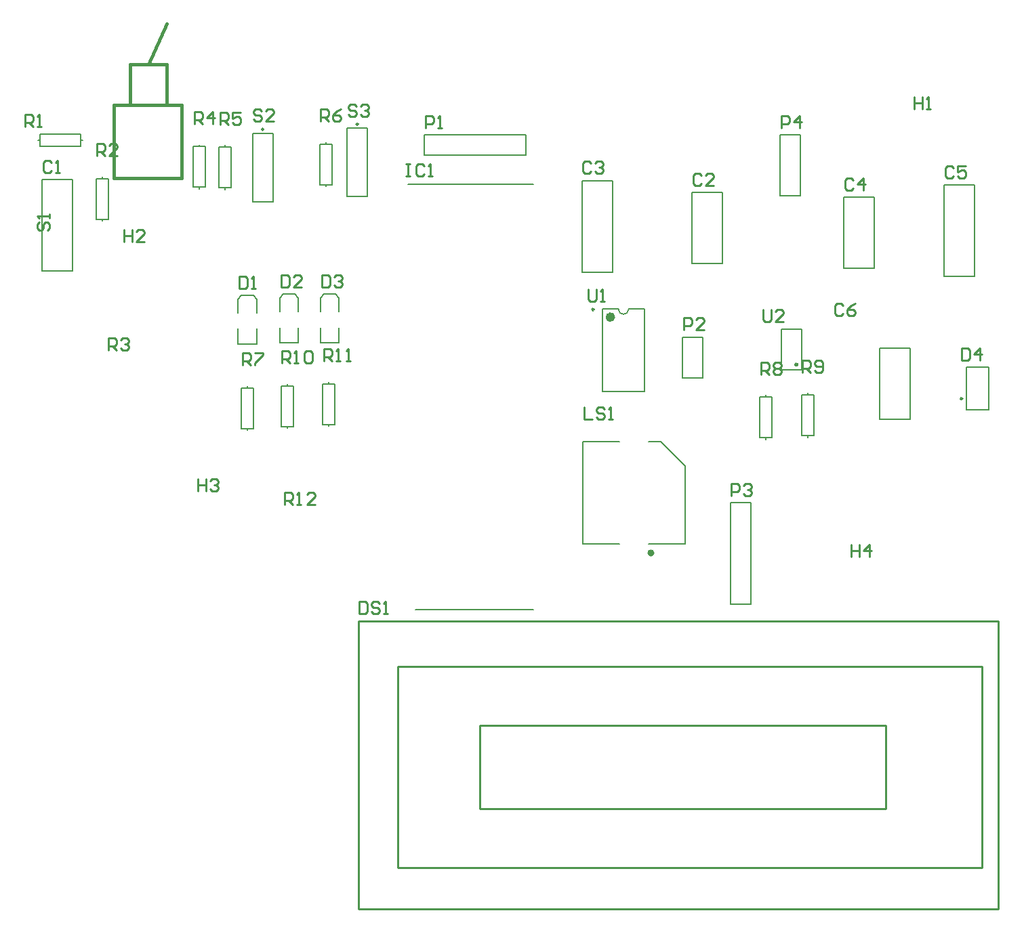
<source format=gto>
G04*
G04 #@! TF.GenerationSoftware,Altium Limited,Altium Designer,20.0.9 (164)*
G04*
G04 Layer_Color=65535*
%FSLAX25Y25*%
%MOIN*%
G70*
G01*
G75*
%ADD10C,0.00787*%
%ADD11C,0.00984*%
%ADD12C,0.02362*%
%ADD13C,0.01575*%
%ADD14C,0.01200*%
%ADD15C,0.01500*%
%ADD16C,0.00800*%
%ADD17C,0.01000*%
D10*
X293250Y-100974D02*
G03*
X298250Y-100974I2500J0D01*
G01*
X421750Y-155250D02*
X436750D01*
X421750D02*
Y-120250D01*
X436750D01*
Y-155250D02*
Y-120250D01*
X404000Y-46000D02*
X419000D01*
Y-81000D02*
Y-46000D01*
X404000Y-81000D02*
X419000D01*
X404000D02*
Y-46000D01*
X329500Y-43500D02*
X344500D01*
Y-78500D02*
Y-43500D01*
X329500Y-78500D02*
X344500D01*
X329500D02*
Y-43500D01*
X382750Y-45250D02*
Y-15250D01*
X372750D02*
X382750D01*
X372750Y-45250D02*
Y-15250D01*
Y-45250D02*
X382750D01*
X197750Y-25250D02*
Y-15250D01*
X247750D01*
X197750Y-25250D02*
X247750D01*
Y-15250D01*
X39250Y-56750D02*
X42250D01*
Y-36750D01*
X36250D02*
X42250D01*
X36250Y-56750D02*
Y-36750D01*
Y-56750D02*
X39250D01*
Y-36750D02*
Y-35850D01*
Y-57650D02*
Y-56750D01*
X28750Y-17750D02*
Y-14750D01*
X8750D02*
X28750D01*
X8750Y-20750D02*
Y-14750D01*
Y-20750D02*
X28750D01*
Y-17750D01*
X7850D02*
X8750D01*
X28750D02*
X29650D01*
X453500Y-40000D02*
X468500D01*
Y-85000D02*
Y-40000D01*
X453500Y-85000D02*
X468500D01*
X453500D02*
Y-40000D01*
X275250Y-82750D02*
X290250D01*
X275250D02*
Y-37750D01*
X290250D01*
Y-82750D02*
Y-37750D01*
X9750Y-37250D02*
X24750D01*
Y-82250D02*
Y-37250D01*
X9750Y-82250D02*
X24750D01*
X9750D02*
Y-37250D01*
X189671Y-39502D02*
X251376D01*
X193376Y-248998D02*
X251376D01*
X87000Y-41000D02*
X90000D01*
Y-21000D01*
X84000D02*
X90000D01*
X84000Y-41000D02*
Y-21000D01*
Y-41000D02*
X87000D01*
Y-21000D02*
Y-20100D01*
Y-41900D02*
Y-41000D01*
X285317Y-141526D02*
Y-100974D01*
X306183Y-141526D02*
Y-100974D01*
X285317D02*
X293250D01*
X298250D02*
X306183D01*
X285317Y-141526D02*
X306183D01*
X324750Y-134750D02*
X334750D01*
X324750D02*
Y-114750D01*
X334750D01*
Y-134750D02*
Y-114750D01*
X123250Y-48100D02*
Y-14400D01*
X113250Y-48100D02*
X123250D01*
X113250D02*
Y-14400D01*
X123250D01*
X99750Y-41250D02*
X102750D01*
Y-21250D01*
X96750D02*
X102750D01*
X96750Y-41250D02*
Y-21250D01*
Y-41250D02*
X99750D01*
Y-21250D02*
Y-20350D01*
Y-42150D02*
Y-41250D01*
X275608Y-166258D02*
X293719D01*
X307892D02*
X314191D01*
X326002Y-178069D01*
Y-216652D02*
Y-178069D01*
X275608Y-216652D02*
Y-166258D01*
Y-216652D02*
X293719D01*
X307892D02*
X326002D01*
X169750Y-45600D02*
Y-11900D01*
X159750Y-45600D02*
X169750D01*
X159750D02*
Y-11900D01*
X169750D01*
X149250Y-39750D02*
X152250D01*
Y-19750D01*
X146250D02*
X152250D01*
X146250Y-39750D02*
Y-19750D01*
Y-39750D02*
X149250D01*
Y-19750D02*
Y-18850D01*
Y-40650D02*
Y-39750D01*
X110750Y-159750D02*
X113750D01*
Y-139750D01*
X107750D02*
X113750D01*
X107750Y-159750D02*
Y-139750D01*
Y-159750D02*
X110750D01*
Y-139750D02*
Y-138850D01*
Y-160650D02*
Y-159750D01*
X362750Y-144250D02*
X365750D01*
X362750Y-164250D02*
Y-144250D01*
Y-164250D02*
X368750D01*
Y-144250D01*
X365750D02*
X368750D01*
X365750Y-165150D02*
Y-164250D01*
Y-144250D02*
Y-143350D01*
X386250Y-163250D02*
X389250D01*
Y-143250D01*
X383250D02*
X389250D01*
X383250Y-163250D02*
Y-143250D01*
Y-163250D02*
X386250D01*
Y-143250D02*
Y-142350D01*
Y-164150D02*
Y-163250D01*
X130250Y-158750D02*
X133250D01*
Y-138750D01*
X127250D02*
X133250D01*
X127250Y-158750D02*
Y-138750D01*
Y-158750D02*
X130250D01*
Y-138750D02*
Y-137850D01*
Y-159650D02*
Y-158750D01*
X106222Y-102813D02*
Y-96120D01*
X113703Y-94152D02*
X115278Y-96120D01*
X106222D02*
X107797Y-94152D01*
X115278Y-102813D02*
Y-96120D01*
X107797Y-94152D02*
X113703D01*
X106222Y-118167D02*
X115278D01*
X106222D02*
Y-110687D01*
X115278Y-118167D02*
Y-110687D01*
X150750Y-157750D02*
X153750D01*
Y-137750D01*
X147750D02*
X153750D01*
X147750Y-157750D02*
Y-137750D01*
Y-157750D02*
X150750D01*
Y-137750D02*
Y-136850D01*
Y-158650D02*
Y-157750D01*
X126722Y-102313D02*
Y-95620D01*
X134203Y-93652D02*
X135778Y-95620D01*
X126722D02*
X128297Y-93652D01*
X135778Y-102313D02*
Y-95620D01*
X128297Y-93652D02*
X134203D01*
X126722Y-117667D02*
X135778D01*
X126722D02*
Y-110187D01*
X135778Y-117667D02*
Y-110187D01*
X348250Y-246250D02*
X358250D01*
X348250D02*
Y-196250D01*
X358250Y-246250D02*
Y-196250D01*
X348250D02*
X358250D01*
X146722Y-102203D02*
Y-95510D01*
X154203Y-93541D02*
X155778Y-95510D01*
X146722D02*
X148297Y-93541D01*
X155778Y-102203D02*
Y-95510D01*
X148297Y-93541D02*
X154203D01*
X146722Y-117557D02*
X155778D01*
X146722D02*
Y-110077D01*
X155778Y-117557D02*
Y-110077D01*
X475512Y-150512D02*
Y-129488D01*
X464488Y-150512D02*
Y-129488D01*
X475512D01*
X464488Y-150512D02*
X475512D01*
D11*
X281242Y-101132D02*
G03*
X281242Y-101132I-492J0D01*
G01*
X118738Y-12506D02*
G03*
X118738Y-12506I-492J0D01*
G01*
X165238Y-10006D02*
G03*
X165238Y-10006I-492J0D01*
G01*
X462421Y-145000D02*
G03*
X462421Y-145000I-492J0D01*
G01*
D12*
X290435Y-104911D02*
G03*
X290435Y-104911I-1181J0D01*
G01*
D13*
X310100Y-220983D02*
G03*
X310100Y-220983I-894J0D01*
G01*
D14*
X381250Y-128250D02*
G03*
X381250Y-128250I-500J0D01*
G01*
D15*
X62191Y19494D02*
X71200Y39494D01*
X53200Y19500D02*
X71200D01*
Y-500D02*
Y19500D01*
X53200Y-500D02*
Y19500D01*
X45100Y-500D02*
X78500D01*
Y-36500D02*
Y-500D01*
X45100Y-36500D02*
Y-500D01*
Y-36500D02*
X78500D01*
D16*
X383250Y-130750D02*
Y-110750D01*
X373250Y-130750D02*
Y-110750D01*
Y-130750D02*
X383250D01*
X373250Y-110750D02*
X383250D01*
D17*
X480215Y-396108D02*
Y-254376D01*
X165254Y-396108D02*
X480215D01*
X165254Y-254376D02*
X480215D01*
X165254Y-396108D02*
Y-254376D01*
X184742Y-276817D02*
X472144D01*
X184742Y-376030D02*
X472144D01*
X184742D02*
Y-276817D01*
X472144Y-376030D02*
Y-276817D01*
X225136Y-346817D02*
Y-306030D01*
X424644D01*
X225136Y-346817D02*
X424644D01*
Y-306030D01*
X8264Y-58189D02*
X7265Y-59189D01*
Y-61188D01*
X8264Y-62188D01*
X9264D01*
X10264Y-61188D01*
Y-59189D01*
X11264Y-58189D01*
X12263D01*
X13263Y-59189D01*
Y-61188D01*
X12263Y-62188D01*
X13263Y-56190D02*
Y-54190D01*
Y-55190D01*
X7265D01*
X8264Y-56190D01*
X438800Y3598D02*
Y-2400D01*
Y599D01*
X442799D01*
Y3598D01*
Y-2400D01*
X444798D02*
X446797D01*
X445798D01*
Y3598D01*
X444798Y2598D01*
X49900Y-61902D02*
Y-67900D01*
Y-64901D01*
X53899D01*
Y-61902D01*
Y-67900D01*
X59897D02*
X55898D01*
X59897Y-63901D01*
Y-62902D01*
X58897Y-61902D01*
X56898D01*
X55898Y-62902D01*
X86300Y-184402D02*
Y-190400D01*
Y-187401D01*
X90299D01*
Y-184402D01*
Y-190400D01*
X92298Y-185402D02*
X93298Y-184402D01*
X95297D01*
X96297Y-185402D01*
Y-186401D01*
X95297Y-187401D01*
X94297D01*
X95297D01*
X96297Y-188401D01*
Y-189400D01*
X95297Y-190400D01*
X93298D01*
X92298Y-189400D01*
X407800Y-216902D02*
Y-222900D01*
Y-219901D01*
X411799D01*
Y-216902D01*
Y-222900D01*
X416797D02*
Y-216902D01*
X413798Y-219901D01*
X417797D01*
X373350Y-11850D02*
Y-5852D01*
X376349D01*
X377349Y-6852D01*
Y-8851D01*
X376349Y-9851D01*
X373350D01*
X382347Y-11850D02*
Y-5852D01*
X379348Y-8851D01*
X383347D01*
X198350Y-11850D02*
Y-5852D01*
X201349D01*
X202349Y-6852D01*
Y-8851D01*
X201349Y-9851D01*
X198350D01*
X204348Y-11850D02*
X206347D01*
X205348D01*
Y-5852D01*
X204348Y-6852D01*
X334149Y-35152D02*
X333149Y-34152D01*
X331150D01*
X330150Y-35152D01*
Y-39150D01*
X331150Y-40150D01*
X333149D01*
X334149Y-39150D01*
X340147Y-40150D02*
X336148D01*
X340147Y-36151D01*
Y-35152D01*
X339147Y-34152D01*
X337148D01*
X336148Y-35152D01*
X36850Y-25550D02*
Y-19552D01*
X39849D01*
X40849Y-20552D01*
Y-22551D01*
X39849Y-23551D01*
X36850D01*
X38849D02*
X40849Y-25550D01*
X46847D02*
X42848D01*
X46847Y-21551D01*
Y-20552D01*
X45847Y-19552D01*
X43848D01*
X42848Y-20552D01*
X1550Y-11350D02*
Y-5352D01*
X4549D01*
X5549Y-6352D01*
Y-8351D01*
X4549Y-9351D01*
X1550D01*
X3549D02*
X5549Y-11350D01*
X7548D02*
X9547D01*
X8548D01*
Y-5352D01*
X7548Y-6352D01*
X458149Y-31652D02*
X457149Y-30652D01*
X455150D01*
X454150Y-31652D01*
Y-35650D01*
X455150Y-36650D01*
X457149D01*
X458149Y-35650D01*
X464147Y-30652D02*
X460148D01*
Y-33651D01*
X462147Y-32651D01*
X463147D01*
X464147Y-33651D01*
Y-35650D01*
X463147Y-36650D01*
X461148D01*
X460148Y-35650D01*
X408649Y-37652D02*
X407649Y-36652D01*
X405650D01*
X404650Y-37652D01*
Y-41650D01*
X405650Y-42650D01*
X407649D01*
X408649Y-41650D01*
X413647Y-42650D02*
Y-36652D01*
X410648Y-39651D01*
X414647D01*
X279849Y-29352D02*
X278849Y-28352D01*
X276850D01*
X275850Y-29352D01*
Y-33350D01*
X276850Y-34350D01*
X278849D01*
X279849Y-33350D01*
X281848Y-29352D02*
X282848Y-28352D01*
X284847D01*
X285847Y-29352D01*
Y-30351D01*
X284847Y-31351D01*
X283847D01*
X284847D01*
X285847Y-32351D01*
Y-33350D01*
X284847Y-34350D01*
X282848D01*
X281848Y-33350D01*
X14399Y-28902D02*
X13399Y-27902D01*
X11400D01*
X10400Y-28902D01*
Y-32900D01*
X11400Y-33900D01*
X13399D01*
X14399Y-32900D01*
X16398Y-33900D02*
X18397D01*
X17398D01*
Y-27902D01*
X16398Y-28902D01*
X42300Y-121100D02*
Y-115102D01*
X45299D01*
X46299Y-116102D01*
Y-118101D01*
X45299Y-119101D01*
X42300D01*
X44299D02*
X46299Y-121100D01*
X48298Y-116102D02*
X49298Y-115102D01*
X51297D01*
X52297Y-116102D01*
Y-117101D01*
X51297Y-118101D01*
X50297D01*
X51297D01*
X52297Y-119101D01*
Y-120100D01*
X51297Y-121100D01*
X49298D01*
X48298Y-120100D01*
X188750Y-29452D02*
X190749D01*
X189750D01*
Y-35450D01*
X188750D01*
X190749D01*
X197747Y-30452D02*
X196747Y-29452D01*
X194748D01*
X193748Y-30452D01*
Y-34450D01*
X194748Y-35450D01*
X196747D01*
X197747Y-34450D01*
X199746Y-35450D02*
X201746D01*
X200746D01*
Y-29452D01*
X199746Y-30452D01*
X84600Y-9800D02*
Y-3802D01*
X87599D01*
X88599Y-4802D01*
Y-6801D01*
X87599Y-7801D01*
X84600D01*
X86599D02*
X88599Y-9800D01*
X93597D02*
Y-3802D01*
X90598Y-6801D01*
X94597D01*
X278350Y-91152D02*
Y-96150D01*
X279350Y-97150D01*
X281349D01*
X282349Y-96150D01*
Y-91152D01*
X284348Y-97150D02*
X286347D01*
X285348D01*
Y-91152D01*
X284348Y-92152D01*
X325350Y-111350D02*
Y-105352D01*
X328349D01*
X329349Y-106352D01*
Y-108351D01*
X328349Y-109351D01*
X325350D01*
X335347Y-111350D02*
X331348D01*
X335347Y-107351D01*
Y-106352D01*
X334347Y-105352D01*
X332348D01*
X331348Y-106352D01*
X117849Y-3552D02*
X116849Y-2552D01*
X114850D01*
X113850Y-3552D01*
Y-4551D01*
X114850Y-5551D01*
X116849D01*
X117849Y-6551D01*
Y-7550D01*
X116849Y-8550D01*
X114850D01*
X113850Y-7550D01*
X123847Y-8550D02*
X119848D01*
X123847Y-4551D01*
Y-3552D01*
X122847Y-2552D01*
X120848D01*
X119848Y-3552D01*
X97350Y-10050D02*
Y-4052D01*
X100349D01*
X101349Y-5052D01*
Y-7051D01*
X100349Y-8051D01*
X97350D01*
X99349D02*
X101349Y-10050D01*
X107347Y-4052D02*
X103348D01*
Y-7051D01*
X105347Y-6051D01*
X106347D01*
X107347Y-7051D01*
Y-9050D01*
X106347Y-10050D01*
X104348D01*
X103348Y-9050D01*
X276255Y-149035D02*
Y-155033D01*
X280254D01*
X286252Y-150035D02*
X285252Y-149035D01*
X283253D01*
X282253Y-150035D01*
Y-151034D01*
X283253Y-152034D01*
X285252D01*
X286252Y-153034D01*
Y-154033D01*
X285252Y-155033D01*
X283253D01*
X282253Y-154033D01*
X288251Y-155033D02*
X290251D01*
X289251D01*
Y-149035D01*
X288251Y-150035D01*
X164349Y-1052D02*
X163349Y-52D01*
X161350D01*
X160350Y-1052D01*
Y-2051D01*
X161350Y-3051D01*
X163349D01*
X164349Y-4051D01*
Y-5050D01*
X163349Y-6050D01*
X161350D01*
X160350Y-5050D01*
X166348Y-1052D02*
X167348Y-52D01*
X169347D01*
X170347Y-1052D01*
Y-2051D01*
X169347Y-3051D01*
X168347D01*
X169347D01*
X170347Y-4051D01*
Y-5050D01*
X169347Y-6050D01*
X167348D01*
X166348Y-5050D01*
X146850Y-8550D02*
Y-2552D01*
X149849D01*
X150849Y-3552D01*
Y-5551D01*
X149849Y-6551D01*
X146850D01*
X148849D02*
X150849Y-8550D01*
X156847Y-2552D02*
X154847Y-3552D01*
X152848Y-5551D01*
Y-7550D01*
X153848Y-8550D01*
X155847D01*
X156847Y-7550D01*
Y-6551D01*
X155847Y-5551D01*
X152848D01*
X108350Y-128550D02*
Y-122552D01*
X111349D01*
X112349Y-123552D01*
Y-125551D01*
X111349Y-126551D01*
X108350D01*
X110349D02*
X112349Y-128550D01*
X114348Y-122552D02*
X118347D01*
Y-123552D01*
X114348Y-127550D01*
Y-128550D01*
X363400Y-133100D02*
Y-127102D01*
X366399D01*
X367399Y-128102D01*
Y-130101D01*
X366399Y-131101D01*
X363400D01*
X365399D02*
X367399Y-133100D01*
X369398Y-128102D02*
X370398Y-127102D01*
X372397D01*
X373397Y-128102D01*
Y-129101D01*
X372397Y-130101D01*
X373397Y-131101D01*
Y-132100D01*
X372397Y-133100D01*
X370398D01*
X369398Y-132100D01*
Y-131101D01*
X370398Y-130101D01*
X369398Y-129101D01*
Y-128102D01*
X370398Y-130101D02*
X372397D01*
X383850Y-132050D02*
Y-126052D01*
X386849D01*
X387849Y-127052D01*
Y-129051D01*
X386849Y-130051D01*
X383850D01*
X385849D02*
X387849Y-132050D01*
X389848Y-131050D02*
X390848Y-132050D01*
X392847D01*
X393847Y-131050D01*
Y-127052D01*
X392847Y-126052D01*
X390848D01*
X389848Y-127052D01*
Y-128051D01*
X390848Y-129051D01*
X393847D01*
X127850Y-127550D02*
Y-121552D01*
X130849D01*
X131849Y-122552D01*
Y-124551D01*
X130849Y-125551D01*
X127850D01*
X129849D02*
X131849Y-127550D01*
X133848D02*
X135847D01*
X134848D01*
Y-121552D01*
X133848Y-122552D01*
X138846D02*
X139846Y-121552D01*
X141846D01*
X142845Y-122552D01*
Y-126550D01*
X141846Y-127550D01*
X139846D01*
X138846Y-126550D01*
Y-122552D01*
X106800Y-84802D02*
Y-90800D01*
X109799D01*
X110799Y-89800D01*
Y-85802D01*
X109799Y-84802D01*
X106800D01*
X112798Y-90800D02*
X114797D01*
X113798D01*
Y-84802D01*
X112798Y-85802D01*
X148350Y-126550D02*
Y-120552D01*
X151349D01*
X152349Y-121552D01*
Y-123551D01*
X151349Y-124551D01*
X148350D01*
X150349D02*
X152349Y-126550D01*
X154348D02*
X156347D01*
X155348D01*
Y-120552D01*
X154348Y-121552D01*
X159346Y-126550D02*
X161346D01*
X160346D01*
Y-120552D01*
X159346Y-121552D01*
X364250Y-101352D02*
Y-106350D01*
X365250Y-107350D01*
X367249D01*
X368249Y-106350D01*
Y-101352D01*
X374247Y-107350D02*
X370248D01*
X374247Y-103351D01*
Y-102352D01*
X373247Y-101352D01*
X371248D01*
X370248Y-102352D01*
X127300Y-84302D02*
Y-90300D01*
X130299D01*
X131299Y-89300D01*
Y-85302D01*
X130299Y-84302D01*
X127300D01*
X137297Y-90300D02*
X133298D01*
X137297Y-86301D01*
Y-85302D01*
X136297Y-84302D01*
X134298D01*
X133298Y-85302D01*
X348850Y-192850D02*
Y-186852D01*
X351849D01*
X352849Y-187852D01*
Y-189851D01*
X351849Y-190851D01*
X348850D01*
X354848Y-187852D02*
X355848Y-186852D01*
X357847D01*
X358847Y-187852D01*
Y-188851D01*
X357847Y-189851D01*
X356847D01*
X357847D01*
X358847Y-190851D01*
Y-191850D01*
X357847Y-192850D01*
X355848D01*
X354848Y-191850D01*
X147300Y-84192D02*
Y-90190D01*
X150299D01*
X151299Y-89190D01*
Y-85191D01*
X150299Y-84192D01*
X147300D01*
X153298Y-85191D02*
X154298Y-84192D01*
X156297D01*
X157297Y-85191D01*
Y-86191D01*
X156297Y-87191D01*
X155297D01*
X156297D01*
X157297Y-88190D01*
Y-89190D01*
X156297Y-90190D01*
X154298D01*
X153298Y-89190D01*
X461900Y-120102D02*
Y-126100D01*
X464899D01*
X465899Y-125100D01*
Y-121102D01*
X464899Y-120102D01*
X461900D01*
X470897Y-126100D02*
Y-120102D01*
X467898Y-123101D01*
X471897D01*
X403849Y-99352D02*
X402849Y-98352D01*
X400850D01*
X399850Y-99352D01*
Y-103350D01*
X400850Y-104350D01*
X402849D01*
X403849Y-103350D01*
X409847Y-98352D02*
X407847Y-99352D01*
X405848Y-101351D01*
Y-103350D01*
X406848Y-104350D01*
X408847D01*
X409847Y-103350D01*
Y-102351D01*
X408847Y-101351D01*
X405848D01*
X165750Y-244852D02*
Y-250850D01*
X168749D01*
X169749Y-249850D01*
Y-245852D01*
X168749Y-244852D01*
X165750D01*
X175747Y-245852D02*
X174747Y-244852D01*
X172748D01*
X171748Y-245852D01*
Y-246851D01*
X172748Y-247851D01*
X174747D01*
X175747Y-248851D01*
Y-249850D01*
X174747Y-250850D01*
X172748D01*
X171748Y-249850D01*
X177746Y-250850D02*
X179745D01*
X178746D01*
Y-244852D01*
X177746Y-245852D01*
X129150Y-197350D02*
Y-191352D01*
X132149D01*
X133149Y-192352D01*
Y-194351D01*
X132149Y-195351D01*
X129150D01*
X131149D02*
X133149Y-197350D01*
X135148D02*
X137147D01*
X136148D01*
Y-191352D01*
X135148Y-192352D01*
X144145Y-197350D02*
X140146D01*
X144145Y-193351D01*
Y-192352D01*
X143146Y-191352D01*
X141146D01*
X140146Y-192352D01*
M02*

</source>
